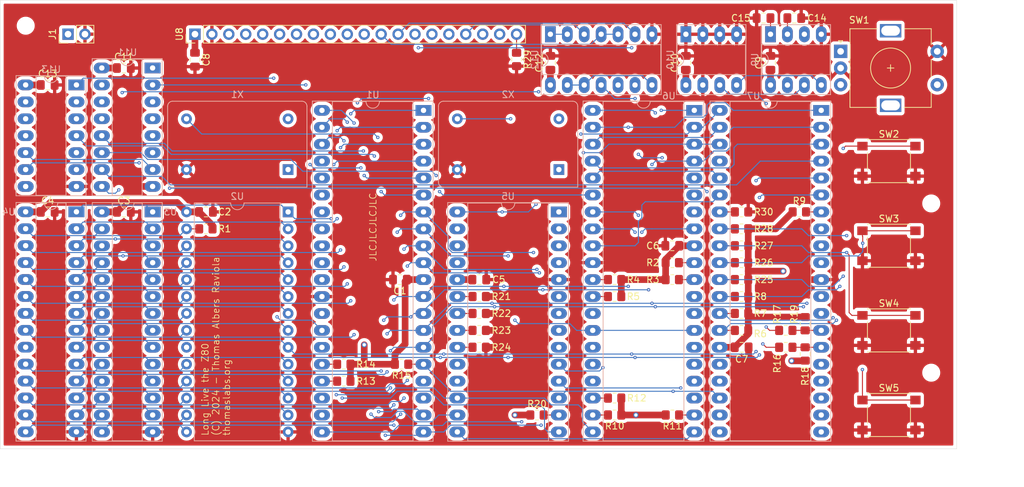
<source format=kicad_pcb>
(kicad_pcb (version 20221018) (generator pcbnew)

  (general
    (thickness 1.6)
  )

  (paper "A4")
  (layers
    (0 "F.Cu" signal)
    (1 "In1.Cu" signal)
    (2 "In2.Cu" signal)
    (31 "B.Cu" signal)
    (32 "B.Adhes" user "B.Adhesive")
    (33 "F.Adhes" user "F.Adhesive")
    (34 "B.Paste" user)
    (35 "F.Paste" user)
    (36 "B.SilkS" user "B.Silkscreen")
    (37 "F.SilkS" user "F.Silkscreen")
    (38 "B.Mask" user)
    (39 "F.Mask" user)
    (40 "Dwgs.User" user "User.Drawings")
    (41 "Cmts.User" user "User.Comments")
    (42 "Eco1.User" user "User.Eco1")
    (43 "Eco2.User" user "User.Eco2")
    (44 "Edge.Cuts" user)
    (45 "Margin" user)
    (46 "B.CrtYd" user "B.Courtyard")
    (47 "F.CrtYd" user "F.Courtyard")
    (48 "B.Fab" user)
    (49 "F.Fab" user)
    (50 "User.1" user)
    (51 "User.2" user)
    (52 "User.3" user)
    (53 "User.4" user)
    (54 "User.5" user)
    (55 "User.6" user)
    (56 "User.7" user)
    (57 "User.8" user)
    (58 "User.9" user)
  )

  (setup
    (stackup
      (layer "F.SilkS" (type "Top Silk Screen"))
      (layer "F.Paste" (type "Top Solder Paste"))
      (layer "F.Mask" (type "Top Solder Mask") (thickness 0.01))
      (layer "F.Cu" (type "copper") (thickness 0.035))
      (layer "dielectric 1" (type "prepreg") (thickness 0.1) (material "FR4") (epsilon_r 4.5) (loss_tangent 0.02))
      (layer "In1.Cu" (type "copper") (thickness 0.035))
      (layer "dielectric 2" (type "core") (thickness 1.24) (material "FR4") (epsilon_r 4.5) (loss_tangent 0.02))
      (layer "In2.Cu" (type "copper") (thickness 0.035))
      (layer "dielectric 3" (type "prepreg") (thickness 0.1) (material "FR4") (epsilon_r 4.5) (loss_tangent 0.02))
      (layer "B.Cu" (type "copper") (thickness 0.035))
      (layer "B.Mask" (type "Bottom Solder Mask") (thickness 0.01))
      (layer "B.Paste" (type "Bottom Solder Paste"))
      (layer "B.SilkS" (type "Bottom Silk Screen"))
      (copper_finish "None")
      (dielectric_constraints no)
    )
    (pad_to_mask_clearance 0)
    (pcbplotparams
      (layerselection 0x00010fc_ffffffff)
      (plot_on_all_layers_selection 0x0000000_00000000)
      (disableapertmacros false)
      (usegerberextensions true)
      (usegerberattributes false)
      (usegerberadvancedattributes false)
      (creategerberjobfile false)
      (dashed_line_dash_ratio 12.000000)
      (dashed_line_gap_ratio 3.000000)
      (svgprecision 4)
      (plotframeref false)
      (viasonmask false)
      (mode 1)
      (useauxorigin false)
      (hpglpennumber 1)
      (hpglpenspeed 20)
      (hpglpendiameter 15.000000)
      (dxfpolygonmode true)
      (dxfimperialunits true)
      (dxfusepcbnewfont true)
      (psnegative false)
      (psa4output false)
      (plotreference true)
      (plotvalue false)
      (plotinvisibletext false)
      (sketchpadsonfab false)
      (subtractmaskfromsilk true)
      (outputformat 1)
      (mirror false)
      (drillshape 0)
      (scaleselection 1)
      (outputdirectory "output/")
    )
  )

  (net 0 "")
  (net 1 "Net-(U9-X2)")
  (net 2 "GND")
  (net 3 "Net-(U9-X1)")
  (net 4 "VCC")
  (net 5 "/~{WR}")
  (net 6 "Net-(U6-~{W}{slash}~{RDYA})")
  (net 7 "Net-(U6-~{SYNCA})")
  (net 8 "Net-(U6-~{W}{slash}~{RDYB})")
  (net 9 "Net-(U6-~{SYNCB})")
  (net 10 "/A")
  (net 11 "/B")
  (net 12 "/S1")
  (net 13 "/MFP")
  (net 14 "Net-(U6-~{DCDB})")
  (net 15 "Net-(U6-~{DCDA})")
  (net 16 "Net-(U6-~{CTSB})")
  (net 17 "Net-(U1-~{WAIT})")
  (net 18 "Net-(U1-~{BUSREQ})")
  (net 19 "/~{INT}")
  (net 20 "Net-(U7-PA0)")
  (net 21 "/SDA")
  (net 22 "Net-(U7-PA1)")
  (net 23 "/SCL")
  (net 24 "Net-(U5-IEI)")
  (net 25 "Net-(U5-CLK{slash}TRG0)")
  (net 26 "Net-(U5-CLK{slash}TRG1)")
  (net 27 "Net-(U5-CLK{slash}TRG2)")
  (net 28 "Net-(U5-CLK{slash}TRG3)")
  (net 29 "/S2")
  (net 30 "/S3")
  (net 31 "/S4")
  (net 32 "/S5")
  (net 33 "Net-(U8-K)")
  (net 34 "/ROM{slash}RAM")
  (net 35 "/A11")
  (net 36 "/A12")
  (net 37 "/A13")
  (net 38 "/A14")
  (net 39 "/A15")
  (net 40 "/CLK")
  (net 41 "/D4")
  (net 42 "/D3")
  (net 43 "/D5")
  (net 44 "/D6")
  (net 45 "/D2")
  (net 46 "/D7")
  (net 47 "/D0")
  (net 48 "/D1")
  (net 49 "unconnected-(U1-~{NMI}-Pad17)")
  (net 50 "unconnected-(U1-~{HALT}-Pad18)")
  (net 51 "/~{MREQ}")
  (net 52 "/~{IORQ}")
  (net 53 "/~{RD}")
  (net 54 "unconnected-(U1-~{BUSACK}-Pad23)")
  (net 55 "/~{RESET}")
  (net 56 "/~{M1}")
  (net 57 "/A0")
  (net 58 "/A1")
  (net 59 "/A2")
  (net 60 "/A3")
  (net 61 "/A4")
  (net 62 "/A5")
  (net 63 "/A6")
  (net 64 "/A7")
  (net 65 "/A8")
  (net 66 "/A9")
  (net 67 "/A10")
  (net 68 "/~{ROM_CE}")
  (net 69 "/~{RAM1_CE}")
  (net 70 "/~{RAM2_CE}")
  (net 71 "unconnected-(U5-ZC{slash}TO0-Pad7)")
  (net 72 "unconnected-(U5-ZC{slash}TO1-Pad8)")
  (net 73 "unconnected-(U5-ZC{slash}TO2-Pad9)")
  (net 74 "Net-(U5-IEO)")
  (net 75 "/~{CTC_CE}")
  (net 76 "Net-(U6-IEO)")
  (net 77 "/RxDA")
  (net 78 "/TxDA")
  (net 79 "unconnected-(U6-~{DTRA}-Pad16)")
  (net 80 "/~{RTSA}")
  (net 81 "/~{CTSA}")
  (net 82 "unconnected-(U6-~{RTSB}-Pad24)")
  (net 83 "unconnected-(U6-~{DTRB}-Pad25)")
  (net 84 "/TxDB")
  (net 85 "/RxDB")
  (net 86 "/~{SIO_CE}")
  (net 87 "/~{PIO_CE}")
  (net 88 "unconnected-(U7-PA6-Pad8)")
  (net 89 "unconnected-(U7-PA5-Pad9)")
  (net 90 "unconnected-(U7-PA4-Pad10)")
  (net 91 "unconnected-(U7-PA3-Pad12)")
  (net 92 "unconnected-(U7-PA2-Pad13)")
  (net 93 "unconnected-(U7-~{ASTB}-Pad16)")
  (net 94 "unconnected-(U7-~{BSTB}-Pad17)")
  (net 95 "unconnected-(U7-ARDY-Pad18)")
  (net 96 "unconnected-(U7-BRDY-Pad21)")
  (net 97 "unconnected-(U7-IEO-Pad22)")
  (net 98 "Net-(U7-~{M1})")
  (net 99 "/TFT_CS0")
  (net 100 "/TFT_CE")
  (net 101 "unconnected-(U8-A-Pad19)")
  (net 102 "+BATT")
  (net 103 "Net-(U11A-O1)")
  (net 104 "Net-(U11A-O3)")
  (net 105 "/~{TFT_CE}")
  (net 106 "Net-(U11B-E)")
  (net 107 "Net-(U12-Pad12)")
  (net 108 "Net-(U13-Pad2)")
  (net 109 "Net-(U13-Pad12)")
  (net 110 "unconnected-(X1-Tri-State-Pad1)")
  (net 111 "unconnected-(X2-Tri-State-Pad1)")
  (net 112 "unconnected-(U1-~{RFSH}-Pad28)")
  (net 113 "unconnected-(U8-V0-Pad3)")
  (net 114 "unconnected-(U8-VEE-Pad18)")
  (net 115 "/SCLK")

  (footprint "Resistor_SMD:R_0805_2012Metric_Pad1.20x1.40mm_HandSolder" (layer "F.Cu") (at 154.416 130.81))

  (footprint "Capacitor_SMD:C_0805_2012Metric_Pad1.18x1.45mm_HandSolder" (layer "F.Cu") (at 162.3275 91.567))

  (footprint "Capacitor_SMD:C_0805_2012Metric_Pad1.18x1.45mm_HandSolder" (layer "F.Cu") (at 61.722 120.65))

  (footprint "Resistor_SMD:R_0805_2012Metric_Pad1.20x1.40mm_HandSolder" (layer "F.Cu") (at 163.957 141.97 -90))

  (footprint "Resistor_SMD:R_0805_2012Metric_Pad1.20x1.40mm_HandSolder" (layer "F.Cu") (at 115.046 140.97))

  (footprint "Resistor_SMD:R_0805_2012Metric_Pad1.20x1.40mm_HandSolder" (layer "F.Cu") (at 154.416 133.35 180))

  (footprint "Resistor_SMD:R_0805_2012Metric_Pad1.20x1.40mm_HandSolder" (layer "F.Cu") (at 154.416 135.89))

  (footprint "Button_Switch_SMD:SW_Push_1P1T_NO_6x6mm_H9.5mm" (layer "F.Cu") (at 176.53 113.03))

  (footprint "Capacitor_SMD:C_0805_2012Metric_Pad1.18x1.45mm_HandSolder" (layer "F.Cu") (at 158.75 98.2765 90))

  (footprint "Capacitor_SMD:C_0805_2012Metric_Pad1.18x1.45mm_HandSolder" (layer "F.Cu") (at 157.7125 91.567 180))

  (footprint "Capacitor_SMD:C_0805_2012Metric_Pad1.18x1.45mm_HandSolder" (layer "F.Cu") (at 50.292 120.65))

  (footprint "Button_Switch_SMD:SW_Push_1P1T_NO_6x6mm_H9.5mm" (layer "F.Cu") (at 176.53 125.73))

  (footprint "Resistor_SMD:R_0805_2012Metric_Pad1.20x1.40mm_HandSolder" (layer "F.Cu") (at 154.416 123.19))

  (footprint "Capacitor_SMD:C_0805_2012Metric_Pad1.18x1.45mm_HandSolder" (layer "F.Cu") (at 61.722 99.06))

  (footprint "MountingHole:MountingHole_2.2mm_M2" (layer "F.Cu") (at 182.88 144.78))

  (footprint "MountingHole:MountingHole_2.2mm_M2" (layer "F.Cu") (at 182.88 119.38))

  (footprint "Resistor_SMD:R_0805_2012Metric_Pad1.20x1.40mm_HandSolder" (layer "F.Cu") (at 135.366 151.13))

  (footprint "Resistor_SMD:R_0805_2012Metric_Pad1.20x1.40mm_HandSolder" (layer "F.Cu") (at 144.018 130.81 180))

  (footprint "Button_Switch_SMD:SW_Push_1P1T_NO_6x6mm_H9.5mm" (layer "F.Cu") (at 176.53 138.43))

  (footprint "Resistor_SMD:R_0805_2012Metric_Pad1.20x1.40mm_HandSolder" (layer "F.Cu") (at 161.052 138.43 180))

  (footprint "Resistor_SMD:R_0805_2012Metric_Pad1.20x1.40mm_HandSolder" (layer "F.Cu") (at 115.046 135.89))

  (footprint "Resistor_SMD:R_0805_2012Metric_Pad1.20x1.40mm_HandSolder" (layer "F.Cu") (at 161.052 140.97 180))

  (footprint "Resistor_SMD:R_0805_2012Metric_Pad1.20x1.40mm_HandSolder" (layer "F.Cu") (at 154.416 125.73))

  (footprint "Capacitor_SMD:C_0805_2012Metric_Pad1.18x1.45mm_HandSolder" (layer "F.Cu") (at 154.432 140.97))

  (footprint "Resistor_SMD:R_0805_2012Metric_Pad1.20x1.40mm_HandSolder" (layer "F.Cu") (at 163.084 120.65))

  (footprint "Resistor_SMD:R_0805_2012Metric_Pad1.20x1.40mm_HandSolder" (layer "F.Cu") (at 120.65 97.774 -90))

  (footprint "Capacitor_SMD:C_0805_2012Metric_Pad1.18x1.45mm_HandSolder" (layer "F.Cu") (at 72.39 97.8115 -90))

  (footprint "Resistor_SMD:R_0805_2012Metric_Pad1.20x1.40mm_HandSolder" (layer "F.Cu") (at 74.025 123.19 180))

  (footprint "Resistor_SMD:R_0805_2012Metric_Pad1.20x1.40mm_HandSolder" (layer "F.Cu") (at 144.034 151.13 180))

  (footprint "Resistor_SMD:R_0805_2012Metric_Pad1.20x1.40mm_HandSolder" (layer "F.Cu") (at 154.416 120.65))

  (footprint "Resistor_SMD:R_0805_2012Metric_Pad1.20x1.40mm_HandSolder" (layer "F.Cu") (at 144.018 128.27 180))

  (footprint "Capacitor_SMD:C_0805_2012Metric_Pad1.18x1.45mm_HandSolder" (layer "F.Cu") (at 74.041 120.65))

  (footprint "Resistor_SMD:R_0805_2012Metric_Pad1.20x1.40mm_HandSolder" (layer "F.Cu") (at 163.957 137.43 90))

  (footprint "Resistor_SMD:R_0805_2012Metric_Pad1.20x1.40mm_HandSolder" (layer "F.Cu") (at 135.366 130.81))

  (footprint "Resistor_SMD:R_0805_2012Metric_Pad1.20x1.40mm_HandSolder" (layer "F.Cu") (at 115.046 133.35))

  (footprint "Capacitor_SMD:C_0805_2012Metric_Pad1.18x1.45mm_HandSolder" (layer "F.Cu") (at 115.062 130.81))

  (footprint "Resistor_SMD:R_0805_2012Metric_Pad1.20x1.40mm_HandSolder" (layer "F.Cu") (at 154.416 138.43 180))

  (footprint "Resistor_SMD:R_0805_2012Metric_Pad1.20x1.40mm_HandSolder" (layer "F.Cu") (at 135.366 148.59))

  (footprint "Resistor_SMD:R_0805_2012Metric_Pad1.20x1.40mm_HandSolder" (layer "F.Cu") (at 94.726 146.05))

  (footprint "Capacitor_SMD:C_0805_2012Metric_Pad1.18x1.45mm_HandSolder" (layer "F.Cu") (at 103.1455 130.81 180))

  (footprint "Resistor_SMD:R_0805_2012Metric_Pad1.20x1.40mm_HandSolder" (layer "F.Cu") (at 123.714 151.13))

  (footprint "Rotary_Encoder:RotaryEncoder_Alps_EC11E-Switch_Vertical_H20mm" (layer "F.Cu") (at 169.28 96.56))

  (footprint "MountingHole:MountingHole_2.2mm_M2" (layer "F.Cu") (at 46.99 92.71))

  (footprint "Capacitor_SMD:C_0805_2012Metric_Pad1.18x1.45mm_HandSolder" (layer "F.Cu") (at 146.05 98.2765 90))

  (footprint "Connector_PinHeader_2.54mm:PinHeader_1x02_P2.54mm_Vertical" (layer "F.Cu") (at 53.34 93.98 90))

  (footprint "Resistor_SMD:R_0805_2012Metric_Pad1.20x1.40mm_HandSolder" (layer "F.Cu") (at 103.394 143.51 180))

  (footprint "Resistor_SMD:R_0805_2012Metric_Pad1.20x1.40mm_HandSolder" (layer "F.Cu") (at 94.726 143.51))

  (footprint "Resistor_SMD:R_0805_2012Metric_Pad1.20x1.40mm_HandSolder" (layer "F.Cu") (at 115.046 138.43))

  (footprint "Resistor_SMD:R_0805_2012Metric_Pad1.20x1.40mm_HandSolder" (layer "F.Cu") (at 154.416 128.27))

  (footprint "Capacitor_SMD:C_0805_2012Metric_Pad1.18x1.45mm_HandSolder" (layer "F.Cu") (at 50.292 101.6))

  (footprint "Connector_PinHeader_2.54mm:PinHeader_1x20_P2.54mm_Vertical" (layer "F.Cu") (at 72.39 93.98 90))

  (footprint "Capacitor_SMD:C_0805_2012Metric_Pad1.18x1.45mm_HandSolder" (layer "F.Cu") (at 125.73 98.2765 90))

  (footprint "Resistor_SMD:R_0805_2012Metric_Pad1.20x1.40mm_HandSolder" (layer "F.Cu") (at 135.366 133.35))

  (footprint "Capacitor_SMD:C_0805_2012Metric_Pad1.18x1.45mm_HandSolder" (layer "F.Cu") (at 144.018 125.73 180))

  (footprint "Button_Switch_SMD:SW_Push_1P1T_NO_6x6mm_H9.5mm" (layer "F.Cu")
    (tstamp ffad77f3-7241-4cd6-9d9a-888c8677d030)
    (at 176.53 151.13)
    (descr "tactile push button, 6x6mm e.g. PTS645xx series, height=9.5mm")
    (tags "tact sw push 6mm smd")
    (property "Sheetfile" "long-live-the-z80.kicad_sch")
    (property "Sheetname" "")
    (property "ki_description" "Push button switch, generic, two pins")
    (property "ki_keywords" "switch normally-open pushbutton push-button")
    (path "/40cec88d-2dfc-4c89-9198-9a8be8000404")
    (attr smd)
    (fp_text reference "SW5" (at 0 -4.05) (layer "F.SilkS")
        (effects (font (size 1 1) (thickness 0.15)))
      (tstamp a2d986e6-300f-4806-a028-de2ff83c6894)
    )
    (fp_text value "SW_Push" (at 0 4.15) (layer "F.Fab")
        (effects (font (size 1 1) (thickness 0.15)))
      (tstamp 372d8b2a-6135-43c8-89e3-5ae6744014b5)
    )
    (fp_text user "${REFERENCE}" (at 0 -4.05) (layer "F.Fab")
        (effects (font (size 1 1) (thickness 0.15)))
      (tstamp 77a44b7e-4cef-4ac3-8b4b-4b7be69ffab2)
    )
    (fp_line (start -3.23 -3.23) (end 3.23 -3.23)
      (stroke (width 0.12) (type solid)) (layer "F.SilkS") (tstamp 7b7e3dc3-03eb-4f1e-ab7f-7405343b3d9a))
    (fp_line (start -3.23 -3.2) (end -3.23 -3.23)
      (stroke (width 0.12) (type solid)) (layer "F.SilkS") (tstamp c667c7c2-1d8a-49fa-b432-dccaf1ef2c4d))
    (fp_line (start -3.23 -1.3) (end -3.23 1.3)
      (stroke (width 0.12) (type solid)) (layer "F.SilkS") (tstamp f0d20be0-03a2-4a38-9813-cf5497786be2))
    (fp_line (start -3.23 3.23) (end -3.23 3.2)
      (stroke (width 0.12) (type solid)) (layer "F.SilkS") (tstamp 895001d5-67ae-4bae-ac01-9adc2649812e))
    (fp_line (start -3.23 3.23) (end 3.23 3.23)
      (stroke (width 0.12) (type solid)) (layer "F.SilkS") (tstamp ebb468dd-34e8-40f0-8422-986ebb336bab))
    (fp_line (start 3.23 -3.23) (end 3.23 -3.2)
      (stroke (width 0.12) (type solid)) (layer "F.SilkS") (tstamp d28b2af4-b8f6-46de-9b77-f91abf0313b3))
    (fp_line (start 3.23 -1.3) (end 3.23 1.3)
      (stroke (width 0.12) (type solid)) (layer "F.SilkS") (tstamp 8f018681-8542-4f69-ae39-4470b1fa06e1))
    (fp_line (start 3.23 3.23) (end 3.23 3.2)
      (stroke (width 0.12) (type solid)) (layer "F.SilkS") (tstamp b078f90d-005c-4fca-9c32-4c2d7534c646))
    (fp_line (start -5 -3.25) (end -5 3.25)
      (stroke (width 0.05) (type solid)) (layer "F.CrtYd") (tstamp 3f179dda-85cd-4bad-9a20-bf7747452beb))
    (fp_line (start -5 -3.25) (end 5 -3.25)
      (stroke (width 0.05) (type solid)) (layer "F.CrtYd") (tstamp d97a36e5-25e7-44d3-89c8-6796a0d59905))
    (fp_line (start -5 3.25) (end 5 3.25)
      (stroke (width 0.05) (type solid)) (layer "F.CrtYd") (tstamp 3cffd093-f97a-45cc-89dd-9f5694e36e1f))
    (fp_line (start 5 3.25) (end 5 -3.25)
      (stroke (width 0.05) (type solid)) (layer "F.CrtYd") (tstamp d961996a-7fa4-40b2-b895-7a4d7c8a7870))
    (fp_line (start -3 -3) (end -3 3)
      (stroke (width 0.1) (type solid)) (layer "F.Fab") (tstamp 39461aa5-8961-4741-8b45-87ce3
... [1966538 chars truncated]
</source>
